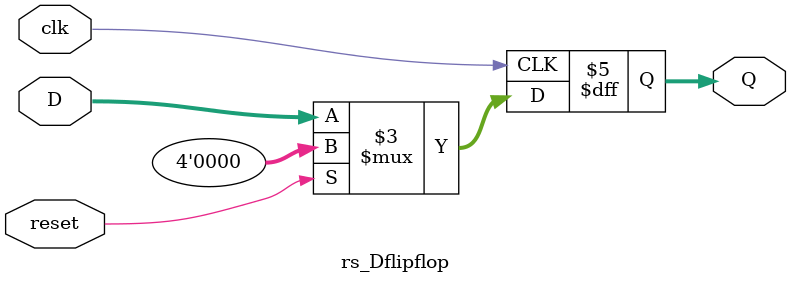
<source format=v>

module rs_Dflipflop (
    input            clk,
    input            reset,
    input      [3:0] D,
    output reg [3:0] Q
);

always @(posedge clk) begin
    if (reset) Q <= 4'b0000;
    else       Q <= D;
end
    
endmodule
</source>
